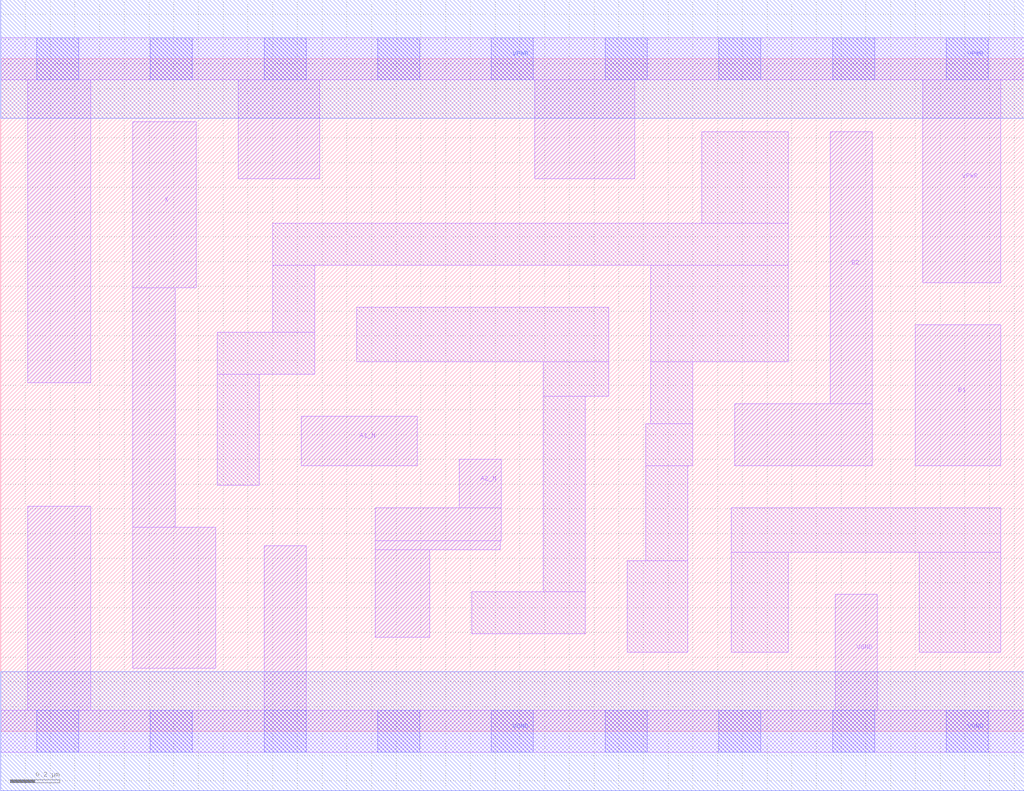
<source format=lef>
# Copyright 2020 The SkyWater PDK Authors
#
# Licensed under the Apache License, Version 2.0 (the "License");
# you may not use this file except in compliance with the License.
# You may obtain a copy of the License at
#
#     https://www.apache.org/licenses/LICENSE-2.0
#
# Unless required by applicable law or agreed to in writing, software
# distributed under the License is distributed on an "AS IS" BASIS,
# WITHOUT WARRANTIES OR CONDITIONS OF ANY KIND, either express or implied.
# See the License for the specific language governing permissions and
# limitations under the License.
#
# SPDX-License-Identifier: Apache-2.0

VERSION 5.7 ;
  NAMESCASESENSITIVE ON ;
  NOWIREEXTENSIONATPIN ON ;
  DIVIDERCHAR "/" ;
  BUSBITCHARS "[]" ;
UNITS
  DATABASE MICRONS 200 ;
END UNITS
MACRO sky130_fd_sc_hd__o2bb2a_2
  CLASS CORE ;
  SOURCE USER ;
  FOREIGN sky130_fd_sc_hd__o2bb2a_2 ;
  ORIGIN  0.000000  0.000000 ;
  SIZE  4.140000 BY  2.720000 ;
  SYMMETRY X Y R90 ;
  SITE unithd ;
  PIN A1_N
    ANTENNAGATEAREA  0.159000 ;
    DIRECTION INPUT ;
    USE SIGNAL ;
    PORT
      LAYER li1 ;
        RECT 1.215000 1.075000 1.685000 1.275000 ;
    END
  END A1_N
  PIN A2_N
    ANTENNAGATEAREA  0.159000 ;
    DIRECTION INPUT ;
    USE SIGNAL ;
    PORT
      LAYER li1 ;
        RECT 1.515000 0.380000 1.735000 0.735000 ;
        RECT 1.515000 0.735000 2.020000 0.770000 ;
        RECT 1.515000 0.770000 2.025000 0.905000 ;
        RECT 1.855000 0.905000 2.025000 1.100000 ;
    END
  END A2_N
  PIN B1
    ANTENNAGATEAREA  0.159000 ;
    DIRECTION INPUT ;
    USE SIGNAL ;
    PORT
      LAYER li1 ;
        RECT 3.700000 1.075000 4.045000 1.645000 ;
    END
  END B1
  PIN B2
    ANTENNAGATEAREA  0.159000 ;
    DIRECTION INPUT ;
    USE SIGNAL ;
    PORT
      LAYER li1 ;
        RECT 2.970000 1.075000 3.525000 1.325000 ;
        RECT 3.355000 1.325000 3.525000 2.425000 ;
    END
  END B2
  PIN X
    ANTENNADIFFAREA  0.445500 ;
    DIRECTION OUTPUT ;
    USE SIGNAL ;
    PORT
      LAYER li1 ;
        RECT 0.535000 0.255000 0.870000 0.825000 ;
        RECT 0.535000 0.825000 0.705000 1.795000 ;
        RECT 0.535000 1.795000 0.790000 2.465000 ;
    END
  END X
  PIN VGND
    DIRECTION INOUT ;
    SHAPE ABUTMENT ;
    USE GROUND ;
    PORT
      LAYER li1 ;
        RECT 0.000000 -0.085000 4.140000 0.085000 ;
        RECT 0.110000  0.085000 0.365000 0.910000 ;
        RECT 1.065000  0.085000 1.235000 0.750000 ;
        RECT 3.375000  0.085000 3.545000 0.555000 ;
      LAYER mcon ;
        RECT 0.145000 -0.085000 0.315000 0.085000 ;
        RECT 0.605000 -0.085000 0.775000 0.085000 ;
        RECT 1.065000 -0.085000 1.235000 0.085000 ;
        RECT 1.525000 -0.085000 1.695000 0.085000 ;
        RECT 1.985000 -0.085000 2.155000 0.085000 ;
        RECT 2.445000 -0.085000 2.615000 0.085000 ;
        RECT 2.905000 -0.085000 3.075000 0.085000 ;
        RECT 3.365000 -0.085000 3.535000 0.085000 ;
        RECT 3.825000 -0.085000 3.995000 0.085000 ;
      LAYER met1 ;
        RECT 0.000000 -0.240000 4.140000 0.240000 ;
    END
  END VGND
  PIN VPWR
    DIRECTION INOUT ;
    SHAPE ABUTMENT ;
    USE POWER ;
    PORT
      LAYER li1 ;
        RECT 0.000000 2.635000 4.140000 2.805000 ;
        RECT 0.110000 1.410000 0.365000 2.635000 ;
        RECT 0.960000 2.235000 1.290000 2.635000 ;
        RECT 2.160000 2.235000 2.565000 2.635000 ;
        RECT 3.730000 1.815000 4.045000 2.635000 ;
      LAYER mcon ;
        RECT 0.145000 2.635000 0.315000 2.805000 ;
        RECT 0.605000 2.635000 0.775000 2.805000 ;
        RECT 1.065000 2.635000 1.235000 2.805000 ;
        RECT 1.525000 2.635000 1.695000 2.805000 ;
        RECT 1.985000 2.635000 2.155000 2.805000 ;
        RECT 2.445000 2.635000 2.615000 2.805000 ;
        RECT 2.905000 2.635000 3.075000 2.805000 ;
        RECT 3.365000 2.635000 3.535000 2.805000 ;
        RECT 3.825000 2.635000 3.995000 2.805000 ;
      LAYER met1 ;
        RECT 0.000000 2.480000 4.140000 2.960000 ;
    END
  END VPWR
  OBS
    LAYER li1 ;
      RECT 0.875000 0.995000 1.045000 1.445000 ;
      RECT 0.875000 1.445000 1.270000 1.615000 ;
      RECT 1.100000 1.615000 1.270000 1.885000 ;
      RECT 1.100000 1.885000 3.185000 2.055000 ;
      RECT 1.440000 1.495000 2.460000 1.715000 ;
      RECT 1.905000 0.395000 2.365000 0.565000 ;
      RECT 2.195000 0.565000 2.365000 1.355000 ;
      RECT 2.195000 1.355000 2.460000 1.495000 ;
      RECT 2.535000 0.320000 2.780000 0.690000 ;
      RECT 2.610000 0.690000 2.780000 1.075000 ;
      RECT 2.610000 1.075000 2.800000 1.245000 ;
      RECT 2.630000 1.245000 2.800000 1.495000 ;
      RECT 2.630000 1.495000 3.185000 1.885000 ;
      RECT 2.835000 2.055000 3.185000 2.425000 ;
      RECT 2.955000 0.320000 3.185000 0.725000 ;
      RECT 2.955000 0.725000 4.045000 0.905000 ;
      RECT 3.715000 0.320000 4.045000 0.725000 ;
  END
END sky130_fd_sc_hd__o2bb2a_2

</source>
